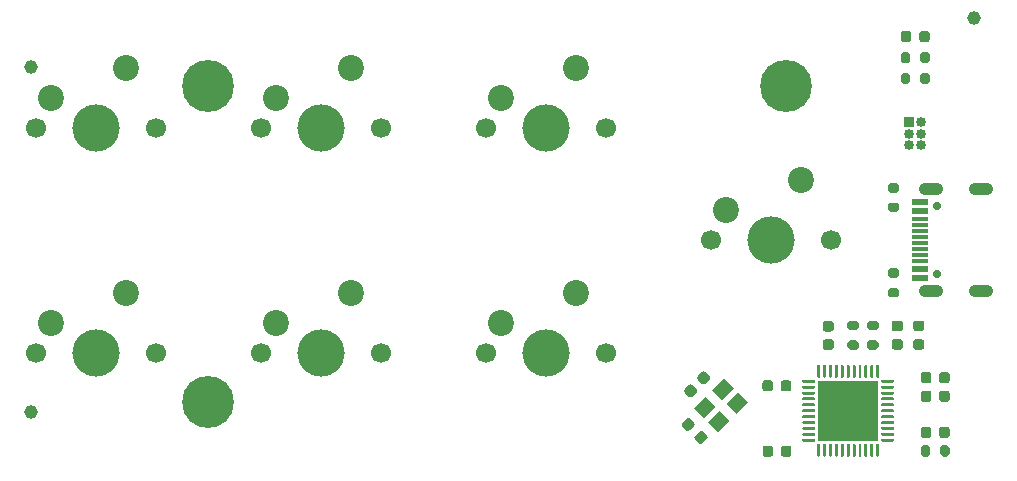
<source format=gbr>
%TF.GenerationSoftware,KiCad,Pcbnew,5.1.7-a382d34a8~88~ubuntu20.04.1*%
%TF.CreationDate,2021-03-21T15:49:45+01:00*%
%TF.ProjectId,marco-keyboard,6d617263-6f2d-46b6-9579-626f6172642e,rev?*%
%TF.SameCoordinates,Original*%
%TF.FileFunction,Soldermask,Top*%
%TF.FilePolarity,Negative*%
%FSLAX46Y46*%
G04 Gerber Fmt 4.6, Leading zero omitted, Abs format (unit mm)*
G04 Created by KiCad (PCBNEW 5.1.7-a382d34a8~88~ubuntu20.04.1) date 2021-03-21 15:49:45*
%MOMM*%
%LPD*%
G01*
G04 APERTURE LIST*
%ADD10C,1.152000*%
%ADD11C,4.400000*%
%ADD12C,1.700000*%
%ADD13C,4.000000*%
%ADD14C,2.200000*%
%ADD15R,1.450000X0.600000*%
%ADD16R,1.450000X0.300000*%
%ADD17O,2.100000X1.050000*%
%ADD18C,0.700000*%
%ADD19O,0.850000X0.850000*%
%ADD20R,0.850000X0.850000*%
%ADD21R,5.200000X5.200000*%
%ADD22C,0.100000*%
G04 APERTURE END LIST*
D10*
%TO.C,REF\u002A\u002A*%
X189900000Y-52300000D03*
%TD*%
%TO.C,REF\u002A\u002A*%
X110103920Y-85682200D03*
%TD*%
%TO.C,REF\u002A\u002A*%
X110103920Y-56512080D03*
%TD*%
D11*
%TO.C,H3*%
X174058580Y-58070161D03*
%TD*%
%TO.C,H2*%
X125064520Y-58070161D03*
%TD*%
%TO.C,H1*%
X125064520Y-84825840D03*
%TD*%
D12*
%TO.C,SW6*%
X177800000Y-71120000D03*
X167640000Y-71120000D03*
D13*
X172720000Y-71120000D03*
D14*
X168910000Y-68580000D03*
X175260000Y-66040000D03*
%TD*%
D15*
%TO.C,J1*%
X185405000Y-74370000D03*
X185405000Y-73570000D03*
D16*
X185405000Y-71370000D03*
X185405000Y-71870000D03*
X185405000Y-72370000D03*
X185405000Y-72870000D03*
X185405000Y-70870000D03*
X185405000Y-70370000D03*
X185405000Y-69870000D03*
X185405000Y-69370000D03*
D15*
X185405000Y-68670000D03*
X185405000Y-67870000D03*
D17*
X186320000Y-75440000D03*
X186320000Y-66800000D03*
X190500000Y-75440000D03*
X190500000Y-66800000D03*
D18*
X186850000Y-74010000D03*
X186850000Y-68230000D03*
%TD*%
%TO.C,D2*%
G36*
G01*
X186192880Y-53642530D02*
X186192880Y-54155030D01*
G75*
G02*
X185974130Y-54373780I-218750J0D01*
G01*
X185536630Y-54373780D01*
G75*
G02*
X185317880Y-54155030I0J218750D01*
G01*
X185317880Y-53642530D01*
G75*
G02*
X185536630Y-53423780I218750J0D01*
G01*
X185974130Y-53423780D01*
G75*
G02*
X186192880Y-53642530I0J-218750D01*
G01*
G37*
G36*
G01*
X184617880Y-53642530D02*
X184617880Y-54155030D01*
G75*
G02*
X184399130Y-54373780I-218750J0D01*
G01*
X183961630Y-54373780D01*
G75*
G02*
X183742880Y-54155030I0J218750D01*
G01*
X183742880Y-53642530D01*
G75*
G02*
X183961630Y-53423780I218750J0D01*
G01*
X184399130Y-53423780D01*
G75*
G02*
X184617880Y-53642530I0J-218750D01*
G01*
G37*
%TD*%
%TO.C,C1*%
G36*
G01*
X185434520Y-84602640D02*
X185434520Y-84102640D01*
G75*
G02*
X185659520Y-83877640I225000J0D01*
G01*
X186109520Y-83877640D01*
G75*
G02*
X186334520Y-84102640I0J-225000D01*
G01*
X186334520Y-84602640D01*
G75*
G02*
X186109520Y-84827640I-225000J0D01*
G01*
X185659520Y-84827640D01*
G75*
G02*
X185434520Y-84602640I0J225000D01*
G01*
G37*
G36*
G01*
X186984520Y-84602640D02*
X186984520Y-84102640D01*
G75*
G02*
X187209520Y-83877640I225000J0D01*
G01*
X187659520Y-83877640D01*
G75*
G02*
X187884520Y-84102640I0J-225000D01*
G01*
X187884520Y-84602640D01*
G75*
G02*
X187659520Y-84827640I-225000J0D01*
G01*
X187209520Y-84827640D01*
G75*
G02*
X186984520Y-84602640I0J225000D01*
G01*
G37*
%TD*%
%TO.C,C2*%
G36*
G01*
X177844260Y-80421900D02*
X177344260Y-80421900D01*
G75*
G02*
X177119260Y-80196900I0J225000D01*
G01*
X177119260Y-79746900D01*
G75*
G02*
X177344260Y-79521900I225000J0D01*
G01*
X177844260Y-79521900D01*
G75*
G02*
X178069260Y-79746900I0J-225000D01*
G01*
X178069260Y-80196900D01*
G75*
G02*
X177844260Y-80421900I-225000J0D01*
G01*
G37*
G36*
G01*
X177844260Y-78871900D02*
X177344260Y-78871900D01*
G75*
G02*
X177119260Y-78646900I0J225000D01*
G01*
X177119260Y-78196900D01*
G75*
G02*
X177344260Y-77971900I225000J0D01*
G01*
X177844260Y-77971900D01*
G75*
G02*
X178069260Y-78196900I0J-225000D01*
G01*
X178069260Y-78646900D01*
G75*
G02*
X177844260Y-78871900I-225000J0D01*
G01*
G37*
%TD*%
%TO.C,C3*%
G36*
G01*
X172926220Y-83219480D02*
X172926220Y-83719480D01*
G75*
G02*
X172701220Y-83944480I-225000J0D01*
G01*
X172251220Y-83944480D01*
G75*
G02*
X172026220Y-83719480I0J225000D01*
G01*
X172026220Y-83219480D01*
G75*
G02*
X172251220Y-82994480I225000J0D01*
G01*
X172701220Y-82994480D01*
G75*
G02*
X172926220Y-83219480I0J-225000D01*
G01*
G37*
G36*
G01*
X174476220Y-83219480D02*
X174476220Y-83719480D01*
G75*
G02*
X174251220Y-83944480I-225000J0D01*
G01*
X173801220Y-83944480D01*
G75*
G02*
X173576220Y-83719480I0J225000D01*
G01*
X173576220Y-83219480D01*
G75*
G02*
X173801220Y-82994480I225000J0D01*
G01*
X174251220Y-82994480D01*
G75*
G02*
X174476220Y-83219480I0J-225000D01*
G01*
G37*
%TD*%
%TO.C,C4*%
G36*
G01*
X186984520Y-87665880D02*
X186984520Y-87165880D01*
G75*
G02*
X187209520Y-86940880I225000J0D01*
G01*
X187659520Y-86940880D01*
G75*
G02*
X187884520Y-87165880I0J-225000D01*
G01*
X187884520Y-87665880D01*
G75*
G02*
X187659520Y-87890880I-225000J0D01*
G01*
X187209520Y-87890880D01*
G75*
G02*
X186984520Y-87665880I0J225000D01*
G01*
G37*
G36*
G01*
X185434520Y-87665880D02*
X185434520Y-87165880D01*
G75*
G02*
X185659520Y-86940880I225000J0D01*
G01*
X186109520Y-86940880D01*
G75*
G02*
X186334520Y-87165880I0J-225000D01*
G01*
X186334520Y-87665880D01*
G75*
G02*
X186109520Y-87890880I-225000J0D01*
G01*
X185659520Y-87890880D01*
G75*
G02*
X185434520Y-87665880I0J225000D01*
G01*
G37*
%TD*%
%TO.C,C5*%
G36*
G01*
X172938260Y-88759220D02*
X172938260Y-89259220D01*
G75*
G02*
X172713260Y-89484220I-225000J0D01*
G01*
X172263260Y-89484220D01*
G75*
G02*
X172038260Y-89259220I0J225000D01*
G01*
X172038260Y-88759220D01*
G75*
G02*
X172263260Y-88534220I225000J0D01*
G01*
X172713260Y-88534220D01*
G75*
G02*
X172938260Y-88759220I0J-225000D01*
G01*
G37*
G36*
G01*
X174488260Y-88759220D02*
X174488260Y-89259220D01*
G75*
G02*
X174263260Y-89484220I-225000J0D01*
G01*
X173813260Y-89484220D01*
G75*
G02*
X173588260Y-89259220I0J225000D01*
G01*
X173588260Y-88759220D01*
G75*
G02*
X173813260Y-88534220I225000J0D01*
G01*
X174263260Y-88534220D01*
G75*
G02*
X174488260Y-88759220I0J-225000D01*
G01*
G37*
%TD*%
%TO.C,C6*%
G36*
G01*
X185434520Y-83025300D02*
X185434520Y-82525300D01*
G75*
G02*
X185659520Y-82300300I225000J0D01*
G01*
X186109520Y-82300300D01*
G75*
G02*
X186334520Y-82525300I0J-225000D01*
G01*
X186334520Y-83025300D01*
G75*
G02*
X186109520Y-83250300I-225000J0D01*
G01*
X185659520Y-83250300D01*
G75*
G02*
X185434520Y-83025300I0J225000D01*
G01*
G37*
G36*
G01*
X186984520Y-83025300D02*
X186984520Y-82525300D01*
G75*
G02*
X187209520Y-82300300I225000J0D01*
G01*
X187659520Y-82300300D01*
G75*
G02*
X187884520Y-82525300I0J-225000D01*
G01*
X187884520Y-83025300D01*
G75*
G02*
X187659520Y-83250300I-225000J0D01*
G01*
X187209520Y-83250300D01*
G75*
G02*
X186984520Y-83025300I0J225000D01*
G01*
G37*
%TD*%
%TO.C,C7*%
G36*
G01*
X183696420Y-80404120D02*
X183196420Y-80404120D01*
G75*
G02*
X182971420Y-80179120I0J225000D01*
G01*
X182971420Y-79729120D01*
G75*
G02*
X183196420Y-79504120I225000J0D01*
G01*
X183696420Y-79504120D01*
G75*
G02*
X183921420Y-79729120I0J-225000D01*
G01*
X183921420Y-80179120D01*
G75*
G02*
X183696420Y-80404120I-225000J0D01*
G01*
G37*
G36*
G01*
X183696420Y-78854120D02*
X183196420Y-78854120D01*
G75*
G02*
X182971420Y-78629120I0J225000D01*
G01*
X182971420Y-78179120D01*
G75*
G02*
X183196420Y-77954120I225000J0D01*
G01*
X183696420Y-77954120D01*
G75*
G02*
X183921420Y-78179120I0J-225000D01*
G01*
X183921420Y-78629120D01*
G75*
G02*
X183696420Y-78854120I-225000J0D01*
G01*
G37*
%TD*%
%TO.C,C8*%
G36*
G01*
X165235577Y-86602751D02*
X165589131Y-86249197D01*
G75*
G02*
X165907329Y-86249197I159099J-159099D01*
G01*
X166225527Y-86567395D01*
G75*
G02*
X166225527Y-86885593I-159099J-159099D01*
G01*
X165871973Y-87239147D01*
G75*
G02*
X165553775Y-87239147I-159099J159099D01*
G01*
X165235577Y-86920949D01*
G75*
G02*
X165235577Y-86602751I159099J159099D01*
G01*
G37*
G36*
G01*
X166331593Y-87698767D02*
X166685147Y-87345213D01*
G75*
G02*
X167003345Y-87345213I159099J-159099D01*
G01*
X167321543Y-87663411D01*
G75*
G02*
X167321543Y-87981609I-159099J-159099D01*
G01*
X166967989Y-88335163D01*
G75*
G02*
X166649791Y-88335163I-159099J159099D01*
G01*
X166331593Y-88016965D01*
G75*
G02*
X166331593Y-87698767I159099J159099D01*
G01*
G37*
%TD*%
%TO.C,C9*%
G36*
G01*
X166916919Y-83291355D02*
X166563365Y-82937801D01*
G75*
G02*
X166563365Y-82619603I159099J159099D01*
G01*
X166881563Y-82301405D01*
G75*
G02*
X167199761Y-82301405I159099J-159099D01*
G01*
X167553315Y-82654959D01*
G75*
G02*
X167553315Y-82973157I-159099J-159099D01*
G01*
X167235117Y-83291355D01*
G75*
G02*
X166916919Y-83291355I-159099J159099D01*
G01*
G37*
G36*
G01*
X165820903Y-84387371D02*
X165467349Y-84033817D01*
G75*
G02*
X165467349Y-83715619I159099J159099D01*
G01*
X165785547Y-83397421D01*
G75*
G02*
X166103745Y-83397421I159099J-159099D01*
G01*
X166457299Y-83750975D01*
G75*
G02*
X166457299Y-84069173I-159099J-159099D01*
G01*
X166139101Y-84387371D01*
G75*
G02*
X165820903Y-84387371I-159099J159099D01*
G01*
G37*
%TD*%
%TO.C,F1*%
G36*
G01*
X185518770Y-80404120D02*
X185006270Y-80404120D01*
G75*
G02*
X184787520Y-80185370I0J218750D01*
G01*
X184787520Y-79747870D01*
G75*
G02*
X185006270Y-79529120I218750J0D01*
G01*
X185518770Y-79529120D01*
G75*
G02*
X185737520Y-79747870I0J-218750D01*
G01*
X185737520Y-80185370D01*
G75*
G02*
X185518770Y-80404120I-218750J0D01*
G01*
G37*
G36*
G01*
X185518770Y-78829120D02*
X185006270Y-78829120D01*
G75*
G02*
X184787520Y-78610370I0J218750D01*
G01*
X184787520Y-78172870D01*
G75*
G02*
X185006270Y-77954120I218750J0D01*
G01*
X185518770Y-77954120D01*
G75*
G02*
X185737520Y-78172870I0J-218750D01*
G01*
X185737520Y-78610370D01*
G75*
G02*
X185518770Y-78829120I-218750J0D01*
G01*
G37*
%TD*%
D19*
%TO.C,J2*%
X185467880Y-63109480D03*
X184467880Y-63109480D03*
X185467880Y-62109480D03*
X184467880Y-62109480D03*
X185467880Y-61109480D03*
D20*
X184467880Y-61109480D03*
%TD*%
%TO.C,R1*%
G36*
G01*
X186192880Y-57169640D02*
X186192880Y-57719640D01*
G75*
G02*
X185992880Y-57919640I-200000J0D01*
G01*
X185592880Y-57919640D01*
G75*
G02*
X185392880Y-57719640I0J200000D01*
G01*
X185392880Y-57169640D01*
G75*
G02*
X185592880Y-56969640I200000J0D01*
G01*
X185992880Y-56969640D01*
G75*
G02*
X186192880Y-57169640I0J-200000D01*
G01*
G37*
G36*
G01*
X184542880Y-57169640D02*
X184542880Y-57719640D01*
G75*
G02*
X184342880Y-57919640I-200000J0D01*
G01*
X183942880Y-57919640D01*
G75*
G02*
X183742880Y-57719640I0J200000D01*
G01*
X183742880Y-57169640D01*
G75*
G02*
X183942880Y-56969640I200000J0D01*
G01*
X184342880Y-56969640D01*
G75*
G02*
X184542880Y-57169640I0J-200000D01*
G01*
G37*
%TD*%
%TO.C,R2*%
G36*
G01*
X179977140Y-80412040D02*
X179427140Y-80412040D01*
G75*
G02*
X179227140Y-80212040I0J200000D01*
G01*
X179227140Y-79812040D01*
G75*
G02*
X179427140Y-79612040I200000J0D01*
G01*
X179977140Y-79612040D01*
G75*
G02*
X180177140Y-79812040I0J-200000D01*
G01*
X180177140Y-80212040D01*
G75*
G02*
X179977140Y-80412040I-200000J0D01*
G01*
G37*
G36*
G01*
X179977140Y-78762040D02*
X179427140Y-78762040D01*
G75*
G02*
X179227140Y-78562040I0J200000D01*
G01*
X179227140Y-78162040D01*
G75*
G02*
X179427140Y-77962040I200000J0D01*
G01*
X179977140Y-77962040D01*
G75*
G02*
X180177140Y-78162040I0J-200000D01*
G01*
X180177140Y-78562040D01*
G75*
G02*
X179977140Y-78762040I-200000J0D01*
G01*
G37*
%TD*%
%TO.C,R3*%
G36*
G01*
X181660313Y-78762040D02*
X181110313Y-78762040D01*
G75*
G02*
X180910313Y-78562040I0J200000D01*
G01*
X180910313Y-78162040D01*
G75*
G02*
X181110313Y-77962040I200000J0D01*
G01*
X181660313Y-77962040D01*
G75*
G02*
X181860313Y-78162040I0J-200000D01*
G01*
X181860313Y-78562040D01*
G75*
G02*
X181660313Y-78762040I-200000J0D01*
G01*
G37*
G36*
G01*
X181660313Y-80412040D02*
X181110313Y-80412040D01*
G75*
G02*
X180910313Y-80212040I0J200000D01*
G01*
X180910313Y-79812040D01*
G75*
G02*
X181110313Y-79612040I200000J0D01*
G01*
X181660313Y-79612040D01*
G75*
G02*
X181860313Y-79812040I0J-200000D01*
G01*
X181860313Y-80212040D01*
G75*
G02*
X181660313Y-80412040I-200000J0D01*
G01*
G37*
%TD*%
%TO.C,R4*%
G36*
G01*
X185434520Y-89258060D02*
X185434520Y-88708060D01*
G75*
G02*
X185634520Y-88508060I200000J0D01*
G01*
X186034520Y-88508060D01*
G75*
G02*
X186234520Y-88708060I0J-200000D01*
G01*
X186234520Y-89258060D01*
G75*
G02*
X186034520Y-89458060I-200000J0D01*
G01*
X185634520Y-89458060D01*
G75*
G02*
X185434520Y-89258060I0J200000D01*
G01*
G37*
G36*
G01*
X187084520Y-89258060D02*
X187084520Y-88708060D01*
G75*
G02*
X187284520Y-88508060I200000J0D01*
G01*
X187684520Y-88508060D01*
G75*
G02*
X187884520Y-88708060I0J-200000D01*
G01*
X187884520Y-89258060D01*
G75*
G02*
X187684520Y-89458060I-200000J0D01*
G01*
X187284520Y-89458060D01*
G75*
G02*
X187084520Y-89258060I0J200000D01*
G01*
G37*
%TD*%
%TO.C,R5*%
G36*
G01*
X186192880Y-55416710D02*
X186192880Y-55966710D01*
G75*
G02*
X185992880Y-56166710I-200000J0D01*
G01*
X185592880Y-56166710D01*
G75*
G02*
X185392880Y-55966710I0J200000D01*
G01*
X185392880Y-55416710D01*
G75*
G02*
X185592880Y-55216710I200000J0D01*
G01*
X185992880Y-55216710D01*
G75*
G02*
X186192880Y-55416710I0J-200000D01*
G01*
G37*
G36*
G01*
X184542880Y-55416710D02*
X184542880Y-55966710D01*
G75*
G02*
X184342880Y-56166710I-200000J0D01*
G01*
X183942880Y-56166710D01*
G75*
G02*
X183742880Y-55966710I0J200000D01*
G01*
X183742880Y-55416710D01*
G75*
G02*
X183942880Y-55216710I200000J0D01*
G01*
X184342880Y-55216710D01*
G75*
G02*
X184542880Y-55416710I0J-200000D01*
G01*
G37*
%TD*%
%TO.C,R6*%
G36*
G01*
X182866620Y-75182280D02*
X183416620Y-75182280D01*
G75*
G02*
X183616620Y-75382280I0J-200000D01*
G01*
X183616620Y-75782280D01*
G75*
G02*
X183416620Y-75982280I-200000J0D01*
G01*
X182866620Y-75982280D01*
G75*
G02*
X182666620Y-75782280I0J200000D01*
G01*
X182666620Y-75382280D01*
G75*
G02*
X182866620Y-75182280I200000J0D01*
G01*
G37*
G36*
G01*
X182866620Y-73532280D02*
X183416620Y-73532280D01*
G75*
G02*
X183616620Y-73732280I0J-200000D01*
G01*
X183616620Y-74132280D01*
G75*
G02*
X183416620Y-74332280I-200000J0D01*
G01*
X182866620Y-74332280D01*
G75*
G02*
X182666620Y-74132280I0J200000D01*
G01*
X182666620Y-73732280D01*
G75*
G02*
X182866620Y-73532280I200000J0D01*
G01*
G37*
%TD*%
%TO.C,R7*%
G36*
G01*
X182866620Y-66298360D02*
X183416620Y-66298360D01*
G75*
G02*
X183616620Y-66498360I0J-200000D01*
G01*
X183616620Y-66898360D01*
G75*
G02*
X183416620Y-67098360I-200000J0D01*
G01*
X182866620Y-67098360D01*
G75*
G02*
X182666620Y-66898360I0J200000D01*
G01*
X182666620Y-66498360D01*
G75*
G02*
X182866620Y-66298360I200000J0D01*
G01*
G37*
G36*
G01*
X182866620Y-67948360D02*
X183416620Y-67948360D01*
G75*
G02*
X183616620Y-68148360I0J-200000D01*
G01*
X183616620Y-68548360D01*
G75*
G02*
X183416620Y-68748360I-200000J0D01*
G01*
X182866620Y-68748360D01*
G75*
G02*
X182666620Y-68548360I0J200000D01*
G01*
X182666620Y-68148360D01*
G75*
G02*
X182866620Y-67948360I200000J0D01*
G01*
G37*
%TD*%
D14*
%TO.C,SW0*%
X118110000Y-56515000D03*
X111760000Y-59055000D03*
D13*
X115570000Y-61595000D03*
D12*
X110490000Y-61595000D03*
X120650000Y-61595000D03*
%TD*%
%TO.C,SW1*%
X120650000Y-80645000D03*
X110490000Y-80645000D03*
D13*
X115570000Y-80645000D03*
D14*
X111760000Y-78105000D03*
X118110000Y-75565000D03*
%TD*%
D12*
%TO.C,SW2*%
X139700000Y-61595000D03*
X129540000Y-61595000D03*
D13*
X134620000Y-61595000D03*
D14*
X130810000Y-59055000D03*
X137160000Y-56515000D03*
%TD*%
%TO.C,SW3*%
X137160000Y-75565000D03*
X130810000Y-78105000D03*
D13*
X134620000Y-80645000D03*
D12*
X129540000Y-80645000D03*
X139700000Y-80645000D03*
%TD*%
D14*
%TO.C,SW4*%
X156210000Y-56515000D03*
X149860000Y-59055000D03*
D13*
X153670000Y-61595000D03*
D12*
X148590000Y-61595000D03*
X158750000Y-61595000D03*
%TD*%
%TO.C,SW5*%
X158750000Y-80645000D03*
X148590000Y-80645000D03*
D13*
X153670000Y-80645000D03*
D14*
X149860000Y-78105000D03*
X156210000Y-75565000D03*
%TD*%
%TO.C,U1*%
G36*
G01*
X181725940Y-81702680D02*
X181850940Y-81702680D01*
G75*
G02*
X181913440Y-81765180I0J-62500D01*
G01*
X181913440Y-82715180D01*
G75*
G02*
X181850940Y-82777680I-62500J0D01*
G01*
X181725940Y-82777680D01*
G75*
G02*
X181663440Y-82715180I0J62500D01*
G01*
X181663440Y-81765180D01*
G75*
G02*
X181725940Y-81702680I62500J0D01*
G01*
G37*
G36*
G01*
X181225940Y-81702680D02*
X181350940Y-81702680D01*
G75*
G02*
X181413440Y-81765180I0J-62500D01*
G01*
X181413440Y-82715180D01*
G75*
G02*
X181350940Y-82777680I-62500J0D01*
G01*
X181225940Y-82777680D01*
G75*
G02*
X181163440Y-82715180I0J62500D01*
G01*
X181163440Y-81765180D01*
G75*
G02*
X181225940Y-81702680I62500J0D01*
G01*
G37*
G36*
G01*
X180725940Y-81702680D02*
X180850940Y-81702680D01*
G75*
G02*
X180913440Y-81765180I0J-62500D01*
G01*
X180913440Y-82715180D01*
G75*
G02*
X180850940Y-82777680I-62500J0D01*
G01*
X180725940Y-82777680D01*
G75*
G02*
X180663440Y-82715180I0J62500D01*
G01*
X180663440Y-81765180D01*
G75*
G02*
X180725940Y-81702680I62500J0D01*
G01*
G37*
G36*
G01*
X180225940Y-81702680D02*
X180350940Y-81702680D01*
G75*
G02*
X180413440Y-81765180I0J-62500D01*
G01*
X180413440Y-82715180D01*
G75*
G02*
X180350940Y-82777680I-62500J0D01*
G01*
X180225940Y-82777680D01*
G75*
G02*
X180163440Y-82715180I0J62500D01*
G01*
X180163440Y-81765180D01*
G75*
G02*
X180225940Y-81702680I62500J0D01*
G01*
G37*
G36*
G01*
X179725940Y-81702680D02*
X179850940Y-81702680D01*
G75*
G02*
X179913440Y-81765180I0J-62500D01*
G01*
X179913440Y-82715180D01*
G75*
G02*
X179850940Y-82777680I-62500J0D01*
G01*
X179725940Y-82777680D01*
G75*
G02*
X179663440Y-82715180I0J62500D01*
G01*
X179663440Y-81765180D01*
G75*
G02*
X179725940Y-81702680I62500J0D01*
G01*
G37*
G36*
G01*
X179225940Y-81702680D02*
X179350940Y-81702680D01*
G75*
G02*
X179413440Y-81765180I0J-62500D01*
G01*
X179413440Y-82715180D01*
G75*
G02*
X179350940Y-82777680I-62500J0D01*
G01*
X179225940Y-82777680D01*
G75*
G02*
X179163440Y-82715180I0J62500D01*
G01*
X179163440Y-81765180D01*
G75*
G02*
X179225940Y-81702680I62500J0D01*
G01*
G37*
G36*
G01*
X178725940Y-81702680D02*
X178850940Y-81702680D01*
G75*
G02*
X178913440Y-81765180I0J-62500D01*
G01*
X178913440Y-82715180D01*
G75*
G02*
X178850940Y-82777680I-62500J0D01*
G01*
X178725940Y-82777680D01*
G75*
G02*
X178663440Y-82715180I0J62500D01*
G01*
X178663440Y-81765180D01*
G75*
G02*
X178725940Y-81702680I62500J0D01*
G01*
G37*
G36*
G01*
X178225940Y-81702680D02*
X178350940Y-81702680D01*
G75*
G02*
X178413440Y-81765180I0J-62500D01*
G01*
X178413440Y-82715180D01*
G75*
G02*
X178350940Y-82777680I-62500J0D01*
G01*
X178225940Y-82777680D01*
G75*
G02*
X178163440Y-82715180I0J62500D01*
G01*
X178163440Y-81765180D01*
G75*
G02*
X178225940Y-81702680I62500J0D01*
G01*
G37*
G36*
G01*
X177725940Y-81702680D02*
X177850940Y-81702680D01*
G75*
G02*
X177913440Y-81765180I0J-62500D01*
G01*
X177913440Y-82715180D01*
G75*
G02*
X177850940Y-82777680I-62500J0D01*
G01*
X177725940Y-82777680D01*
G75*
G02*
X177663440Y-82715180I0J62500D01*
G01*
X177663440Y-81765180D01*
G75*
G02*
X177725940Y-81702680I62500J0D01*
G01*
G37*
G36*
G01*
X177225940Y-81702680D02*
X177350940Y-81702680D01*
G75*
G02*
X177413440Y-81765180I0J-62500D01*
G01*
X177413440Y-82715180D01*
G75*
G02*
X177350940Y-82777680I-62500J0D01*
G01*
X177225940Y-82777680D01*
G75*
G02*
X177163440Y-82715180I0J62500D01*
G01*
X177163440Y-81765180D01*
G75*
G02*
X177225940Y-81702680I62500J0D01*
G01*
G37*
G36*
G01*
X176725940Y-81702680D02*
X176850940Y-81702680D01*
G75*
G02*
X176913440Y-81765180I0J-62500D01*
G01*
X176913440Y-82715180D01*
G75*
G02*
X176850940Y-82777680I-62500J0D01*
G01*
X176725940Y-82777680D01*
G75*
G02*
X176663440Y-82715180I0J62500D01*
G01*
X176663440Y-81765180D01*
G75*
G02*
X176725940Y-81702680I62500J0D01*
G01*
G37*
G36*
G01*
X175475940Y-82952680D02*
X176425940Y-82952680D01*
G75*
G02*
X176488440Y-83015180I0J-62500D01*
G01*
X176488440Y-83140180D01*
G75*
G02*
X176425940Y-83202680I-62500J0D01*
G01*
X175475940Y-83202680D01*
G75*
G02*
X175413440Y-83140180I0J62500D01*
G01*
X175413440Y-83015180D01*
G75*
G02*
X175475940Y-82952680I62500J0D01*
G01*
G37*
G36*
G01*
X175475940Y-83452680D02*
X176425940Y-83452680D01*
G75*
G02*
X176488440Y-83515180I0J-62500D01*
G01*
X176488440Y-83640180D01*
G75*
G02*
X176425940Y-83702680I-62500J0D01*
G01*
X175475940Y-83702680D01*
G75*
G02*
X175413440Y-83640180I0J62500D01*
G01*
X175413440Y-83515180D01*
G75*
G02*
X175475940Y-83452680I62500J0D01*
G01*
G37*
G36*
G01*
X175475940Y-83952680D02*
X176425940Y-83952680D01*
G75*
G02*
X176488440Y-84015180I0J-62500D01*
G01*
X176488440Y-84140180D01*
G75*
G02*
X176425940Y-84202680I-62500J0D01*
G01*
X175475940Y-84202680D01*
G75*
G02*
X175413440Y-84140180I0J62500D01*
G01*
X175413440Y-84015180D01*
G75*
G02*
X175475940Y-83952680I62500J0D01*
G01*
G37*
G36*
G01*
X175475940Y-84452680D02*
X176425940Y-84452680D01*
G75*
G02*
X176488440Y-84515180I0J-62500D01*
G01*
X176488440Y-84640180D01*
G75*
G02*
X176425940Y-84702680I-62500J0D01*
G01*
X175475940Y-84702680D01*
G75*
G02*
X175413440Y-84640180I0J62500D01*
G01*
X175413440Y-84515180D01*
G75*
G02*
X175475940Y-84452680I62500J0D01*
G01*
G37*
G36*
G01*
X175475940Y-84952680D02*
X176425940Y-84952680D01*
G75*
G02*
X176488440Y-85015180I0J-62500D01*
G01*
X176488440Y-85140180D01*
G75*
G02*
X176425940Y-85202680I-62500J0D01*
G01*
X175475940Y-85202680D01*
G75*
G02*
X175413440Y-85140180I0J62500D01*
G01*
X175413440Y-85015180D01*
G75*
G02*
X175475940Y-84952680I62500J0D01*
G01*
G37*
G36*
G01*
X175475940Y-85452680D02*
X176425940Y-85452680D01*
G75*
G02*
X176488440Y-85515180I0J-62500D01*
G01*
X176488440Y-85640180D01*
G75*
G02*
X176425940Y-85702680I-62500J0D01*
G01*
X175475940Y-85702680D01*
G75*
G02*
X175413440Y-85640180I0J62500D01*
G01*
X175413440Y-85515180D01*
G75*
G02*
X175475940Y-85452680I62500J0D01*
G01*
G37*
G36*
G01*
X175475940Y-85952680D02*
X176425940Y-85952680D01*
G75*
G02*
X176488440Y-86015180I0J-62500D01*
G01*
X176488440Y-86140180D01*
G75*
G02*
X176425940Y-86202680I-62500J0D01*
G01*
X175475940Y-86202680D01*
G75*
G02*
X175413440Y-86140180I0J62500D01*
G01*
X175413440Y-86015180D01*
G75*
G02*
X175475940Y-85952680I62500J0D01*
G01*
G37*
G36*
G01*
X175475940Y-86452680D02*
X176425940Y-86452680D01*
G75*
G02*
X176488440Y-86515180I0J-62500D01*
G01*
X176488440Y-86640180D01*
G75*
G02*
X176425940Y-86702680I-62500J0D01*
G01*
X175475940Y-86702680D01*
G75*
G02*
X175413440Y-86640180I0J62500D01*
G01*
X175413440Y-86515180D01*
G75*
G02*
X175475940Y-86452680I62500J0D01*
G01*
G37*
G36*
G01*
X175475940Y-86952680D02*
X176425940Y-86952680D01*
G75*
G02*
X176488440Y-87015180I0J-62500D01*
G01*
X176488440Y-87140180D01*
G75*
G02*
X176425940Y-87202680I-62500J0D01*
G01*
X175475940Y-87202680D01*
G75*
G02*
X175413440Y-87140180I0J62500D01*
G01*
X175413440Y-87015180D01*
G75*
G02*
X175475940Y-86952680I62500J0D01*
G01*
G37*
G36*
G01*
X175475940Y-87452680D02*
X176425940Y-87452680D01*
G75*
G02*
X176488440Y-87515180I0J-62500D01*
G01*
X176488440Y-87640180D01*
G75*
G02*
X176425940Y-87702680I-62500J0D01*
G01*
X175475940Y-87702680D01*
G75*
G02*
X175413440Y-87640180I0J62500D01*
G01*
X175413440Y-87515180D01*
G75*
G02*
X175475940Y-87452680I62500J0D01*
G01*
G37*
G36*
G01*
X175475940Y-87952680D02*
X176425940Y-87952680D01*
G75*
G02*
X176488440Y-88015180I0J-62500D01*
G01*
X176488440Y-88140180D01*
G75*
G02*
X176425940Y-88202680I-62500J0D01*
G01*
X175475940Y-88202680D01*
G75*
G02*
X175413440Y-88140180I0J62500D01*
G01*
X175413440Y-88015180D01*
G75*
G02*
X175475940Y-87952680I62500J0D01*
G01*
G37*
G36*
G01*
X176725940Y-88377680D02*
X176850940Y-88377680D01*
G75*
G02*
X176913440Y-88440180I0J-62500D01*
G01*
X176913440Y-89390180D01*
G75*
G02*
X176850940Y-89452680I-62500J0D01*
G01*
X176725940Y-89452680D01*
G75*
G02*
X176663440Y-89390180I0J62500D01*
G01*
X176663440Y-88440180D01*
G75*
G02*
X176725940Y-88377680I62500J0D01*
G01*
G37*
G36*
G01*
X177225940Y-88377680D02*
X177350940Y-88377680D01*
G75*
G02*
X177413440Y-88440180I0J-62500D01*
G01*
X177413440Y-89390180D01*
G75*
G02*
X177350940Y-89452680I-62500J0D01*
G01*
X177225940Y-89452680D01*
G75*
G02*
X177163440Y-89390180I0J62500D01*
G01*
X177163440Y-88440180D01*
G75*
G02*
X177225940Y-88377680I62500J0D01*
G01*
G37*
G36*
G01*
X177725940Y-88377680D02*
X177850940Y-88377680D01*
G75*
G02*
X177913440Y-88440180I0J-62500D01*
G01*
X177913440Y-89390180D01*
G75*
G02*
X177850940Y-89452680I-62500J0D01*
G01*
X177725940Y-89452680D01*
G75*
G02*
X177663440Y-89390180I0J62500D01*
G01*
X177663440Y-88440180D01*
G75*
G02*
X177725940Y-88377680I62500J0D01*
G01*
G37*
G36*
G01*
X178225940Y-88377680D02*
X178350940Y-88377680D01*
G75*
G02*
X178413440Y-88440180I0J-62500D01*
G01*
X178413440Y-89390180D01*
G75*
G02*
X178350940Y-89452680I-62500J0D01*
G01*
X178225940Y-89452680D01*
G75*
G02*
X178163440Y-89390180I0J62500D01*
G01*
X178163440Y-88440180D01*
G75*
G02*
X178225940Y-88377680I62500J0D01*
G01*
G37*
G36*
G01*
X178725940Y-88377680D02*
X178850940Y-88377680D01*
G75*
G02*
X178913440Y-88440180I0J-62500D01*
G01*
X178913440Y-89390180D01*
G75*
G02*
X178850940Y-89452680I-62500J0D01*
G01*
X178725940Y-89452680D01*
G75*
G02*
X178663440Y-89390180I0J62500D01*
G01*
X178663440Y-88440180D01*
G75*
G02*
X178725940Y-88377680I62500J0D01*
G01*
G37*
G36*
G01*
X179225940Y-88377680D02*
X179350940Y-88377680D01*
G75*
G02*
X179413440Y-88440180I0J-62500D01*
G01*
X179413440Y-89390180D01*
G75*
G02*
X179350940Y-89452680I-62500J0D01*
G01*
X179225940Y-89452680D01*
G75*
G02*
X179163440Y-89390180I0J62500D01*
G01*
X179163440Y-88440180D01*
G75*
G02*
X179225940Y-88377680I62500J0D01*
G01*
G37*
G36*
G01*
X179725940Y-88377680D02*
X179850940Y-88377680D01*
G75*
G02*
X179913440Y-88440180I0J-62500D01*
G01*
X179913440Y-89390180D01*
G75*
G02*
X179850940Y-89452680I-62500J0D01*
G01*
X179725940Y-89452680D01*
G75*
G02*
X179663440Y-89390180I0J62500D01*
G01*
X179663440Y-88440180D01*
G75*
G02*
X179725940Y-88377680I62500J0D01*
G01*
G37*
G36*
G01*
X180225940Y-88377680D02*
X180350940Y-88377680D01*
G75*
G02*
X180413440Y-88440180I0J-62500D01*
G01*
X180413440Y-89390180D01*
G75*
G02*
X180350940Y-89452680I-62500J0D01*
G01*
X180225940Y-89452680D01*
G75*
G02*
X180163440Y-89390180I0J62500D01*
G01*
X180163440Y-88440180D01*
G75*
G02*
X180225940Y-88377680I62500J0D01*
G01*
G37*
G36*
G01*
X180725940Y-88377680D02*
X180850940Y-88377680D01*
G75*
G02*
X180913440Y-88440180I0J-62500D01*
G01*
X180913440Y-89390180D01*
G75*
G02*
X180850940Y-89452680I-62500J0D01*
G01*
X180725940Y-89452680D01*
G75*
G02*
X180663440Y-89390180I0J62500D01*
G01*
X180663440Y-88440180D01*
G75*
G02*
X180725940Y-88377680I62500J0D01*
G01*
G37*
G36*
G01*
X181225940Y-88377680D02*
X181350940Y-88377680D01*
G75*
G02*
X181413440Y-88440180I0J-62500D01*
G01*
X181413440Y-89390180D01*
G75*
G02*
X181350940Y-89452680I-62500J0D01*
G01*
X181225940Y-89452680D01*
G75*
G02*
X181163440Y-89390180I0J62500D01*
G01*
X181163440Y-88440180D01*
G75*
G02*
X181225940Y-88377680I62500J0D01*
G01*
G37*
G36*
G01*
X181725940Y-88377680D02*
X181850940Y-88377680D01*
G75*
G02*
X181913440Y-88440180I0J-62500D01*
G01*
X181913440Y-89390180D01*
G75*
G02*
X181850940Y-89452680I-62500J0D01*
G01*
X181725940Y-89452680D01*
G75*
G02*
X181663440Y-89390180I0J62500D01*
G01*
X181663440Y-88440180D01*
G75*
G02*
X181725940Y-88377680I62500J0D01*
G01*
G37*
G36*
G01*
X182150940Y-87952680D02*
X183100940Y-87952680D01*
G75*
G02*
X183163440Y-88015180I0J-62500D01*
G01*
X183163440Y-88140180D01*
G75*
G02*
X183100940Y-88202680I-62500J0D01*
G01*
X182150940Y-88202680D01*
G75*
G02*
X182088440Y-88140180I0J62500D01*
G01*
X182088440Y-88015180D01*
G75*
G02*
X182150940Y-87952680I62500J0D01*
G01*
G37*
G36*
G01*
X182150940Y-87452680D02*
X183100940Y-87452680D01*
G75*
G02*
X183163440Y-87515180I0J-62500D01*
G01*
X183163440Y-87640180D01*
G75*
G02*
X183100940Y-87702680I-62500J0D01*
G01*
X182150940Y-87702680D01*
G75*
G02*
X182088440Y-87640180I0J62500D01*
G01*
X182088440Y-87515180D01*
G75*
G02*
X182150940Y-87452680I62500J0D01*
G01*
G37*
G36*
G01*
X182150940Y-86952680D02*
X183100940Y-86952680D01*
G75*
G02*
X183163440Y-87015180I0J-62500D01*
G01*
X183163440Y-87140180D01*
G75*
G02*
X183100940Y-87202680I-62500J0D01*
G01*
X182150940Y-87202680D01*
G75*
G02*
X182088440Y-87140180I0J62500D01*
G01*
X182088440Y-87015180D01*
G75*
G02*
X182150940Y-86952680I62500J0D01*
G01*
G37*
G36*
G01*
X182150940Y-86452680D02*
X183100940Y-86452680D01*
G75*
G02*
X183163440Y-86515180I0J-62500D01*
G01*
X183163440Y-86640180D01*
G75*
G02*
X183100940Y-86702680I-62500J0D01*
G01*
X182150940Y-86702680D01*
G75*
G02*
X182088440Y-86640180I0J62500D01*
G01*
X182088440Y-86515180D01*
G75*
G02*
X182150940Y-86452680I62500J0D01*
G01*
G37*
G36*
G01*
X182150940Y-85952680D02*
X183100940Y-85952680D01*
G75*
G02*
X183163440Y-86015180I0J-62500D01*
G01*
X183163440Y-86140180D01*
G75*
G02*
X183100940Y-86202680I-62500J0D01*
G01*
X182150940Y-86202680D01*
G75*
G02*
X182088440Y-86140180I0J62500D01*
G01*
X182088440Y-86015180D01*
G75*
G02*
X182150940Y-85952680I62500J0D01*
G01*
G37*
G36*
G01*
X182150940Y-85452680D02*
X183100940Y-85452680D01*
G75*
G02*
X183163440Y-85515180I0J-62500D01*
G01*
X183163440Y-85640180D01*
G75*
G02*
X183100940Y-85702680I-62500J0D01*
G01*
X182150940Y-85702680D01*
G75*
G02*
X182088440Y-85640180I0J62500D01*
G01*
X182088440Y-85515180D01*
G75*
G02*
X182150940Y-85452680I62500J0D01*
G01*
G37*
G36*
G01*
X182150940Y-84952680D02*
X183100940Y-84952680D01*
G75*
G02*
X183163440Y-85015180I0J-62500D01*
G01*
X183163440Y-85140180D01*
G75*
G02*
X183100940Y-85202680I-62500J0D01*
G01*
X182150940Y-85202680D01*
G75*
G02*
X182088440Y-85140180I0J62500D01*
G01*
X182088440Y-85015180D01*
G75*
G02*
X182150940Y-84952680I62500J0D01*
G01*
G37*
G36*
G01*
X182150940Y-84452680D02*
X183100940Y-84452680D01*
G75*
G02*
X183163440Y-84515180I0J-62500D01*
G01*
X183163440Y-84640180D01*
G75*
G02*
X183100940Y-84702680I-62500J0D01*
G01*
X182150940Y-84702680D01*
G75*
G02*
X182088440Y-84640180I0J62500D01*
G01*
X182088440Y-84515180D01*
G75*
G02*
X182150940Y-84452680I62500J0D01*
G01*
G37*
G36*
G01*
X182150940Y-83952680D02*
X183100940Y-83952680D01*
G75*
G02*
X183163440Y-84015180I0J-62500D01*
G01*
X183163440Y-84140180D01*
G75*
G02*
X183100940Y-84202680I-62500J0D01*
G01*
X182150940Y-84202680D01*
G75*
G02*
X182088440Y-84140180I0J62500D01*
G01*
X182088440Y-84015180D01*
G75*
G02*
X182150940Y-83952680I62500J0D01*
G01*
G37*
G36*
G01*
X182150940Y-83452680D02*
X183100940Y-83452680D01*
G75*
G02*
X183163440Y-83515180I0J-62500D01*
G01*
X183163440Y-83640180D01*
G75*
G02*
X183100940Y-83702680I-62500J0D01*
G01*
X182150940Y-83702680D01*
G75*
G02*
X182088440Y-83640180I0J62500D01*
G01*
X182088440Y-83515180D01*
G75*
G02*
X182150940Y-83452680I62500J0D01*
G01*
G37*
G36*
G01*
X182150940Y-82952680D02*
X183100940Y-82952680D01*
G75*
G02*
X183163440Y-83015180I0J-62500D01*
G01*
X183163440Y-83140180D01*
G75*
G02*
X183100940Y-83202680I-62500J0D01*
G01*
X182150940Y-83202680D01*
G75*
G02*
X182088440Y-83140180I0J62500D01*
G01*
X182088440Y-83015180D01*
G75*
G02*
X182150940Y-82952680I62500J0D01*
G01*
G37*
D21*
X179288440Y-85577680D03*
%TD*%
D22*
%TO.C,Y1*%
G36*
X168286592Y-87410957D02*
G01*
X167438064Y-86562429D01*
X168428014Y-85572479D01*
X169276542Y-86421007D01*
X168286592Y-87410957D01*
G37*
G36*
X169842227Y-85855322D02*
G01*
X168993699Y-85006794D01*
X169983649Y-84016844D01*
X170832177Y-84865372D01*
X169842227Y-85855322D01*
G37*
G36*
X168640146Y-84653241D02*
G01*
X167791618Y-83804713D01*
X168781568Y-82814763D01*
X169630096Y-83663291D01*
X168640146Y-84653241D01*
G37*
G36*
X167084511Y-86208876D02*
G01*
X166235983Y-85360348D01*
X167225933Y-84370398D01*
X168074461Y-85218926D01*
X167084511Y-86208876D01*
G37*
%TD*%
M02*

</source>
